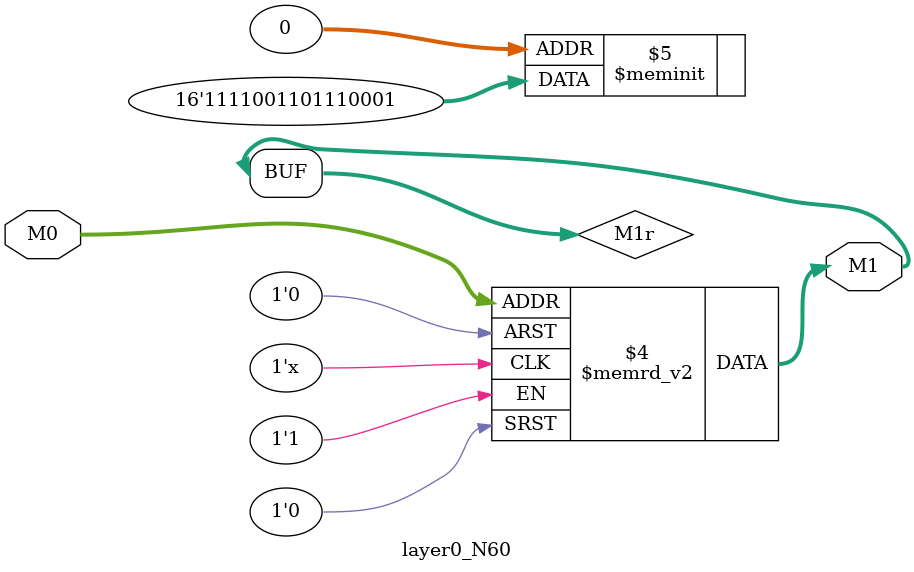
<source format=v>
module layer0_N60 ( input [2:0] M0, output [1:0] M1 );

	(*rom_style = "distributed" *) reg [1:0] M1r;
	assign M1 = M1r;
	always @ (M0) begin
		case (M0)
			3'b000: M1r = 2'b01;
			3'b100: M1r = 2'b11;
			3'b010: M1r = 2'b11;
			3'b110: M1r = 2'b11;
			3'b001: M1r = 2'b00;
			3'b101: M1r = 2'b00;
			3'b011: M1r = 2'b01;
			3'b111: M1r = 2'b11;

		endcase
	end
endmodule

</source>
